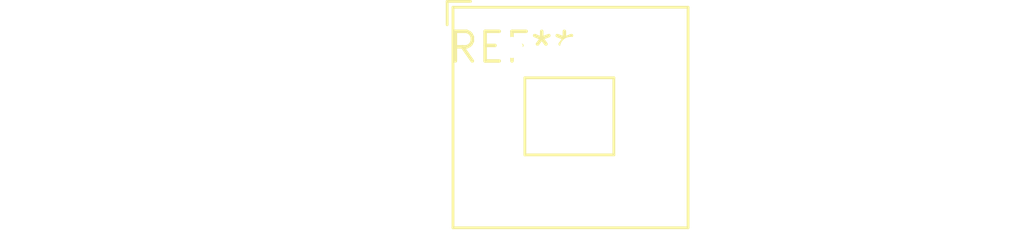
<source format=kicad_pcb>
(kicad_pcb (version 20240108) (generator pcbnew)
  (layers (0 "F.Cu" signal) (31 "B.Cu" signal) (34 "B.Paste" user) (35 "F.Paste" user) (36 "B.SilkS" user "B.Silkscreen") (37 "F.SilkS" user "F.Silkscreen") (38 "B.Mask" user) (39 "F.Mask" user) (44 "Edge.Cuts" user))
  (net 0 "")
  (footprint "SW_Push_2P2T_Toggle_CK_PVA2OAH5xxxxxxV2" (layer "F.Cu") (at 0 0)
    (property "Reference" "REF**")
    (property "Value" "SW_Push_2P2T_Toggle_CK_PVA2OAH5xxxxxxV2")
    (fp_line (start -2.77 -0.97) (end -2.77 -1.97) (layer "F.SilkS") (stroke (width 0.12)))
    (fp_line (start -2.52 7.72) (end -2.52 -1.72) (layer "F.SilkS") (stroke (width 0.12)))
    (fp_line (start -1.77 -1.97) (end -2.77 -1.97) (layer "F.SilkS") (stroke (width 0.12)))
    (fp_line (start 0.55 1.3) (end 0.55 4.6) (layer "F.SilkS") (stroke (width 0.12)))
    (fp_line (start 4.35 1.3) (end 0.55 1.3) (layer "F.SilkS") (stroke (width 0.12)))
    (fp_line (start 4.35 1.3) (end 4.35 4.6) (layer "F.SilkS") (stroke (width 0.12)))
    (fp_line (start 4.35 4.6) (end 0.55 4.6) (layer "F.SilkS") (stroke (width 0.12)))
    (fp_line (start 7.52 -1.72) (end -2.52 -1.72) (layer "F.SilkS") (stroke (width 0.12)))
    (fp_line (start 7.52 7.72) (end -2.52 7.72) (layer "F.SilkS") (stroke (width 0.12)))
    (fp_line (start 7.52 7.72) (end 7.52 -1.72) (layer "F.SilkS") (stroke (width 0.12)))
    (pad "1" thru_hole rect (at 0 0) (size 1.8 1.8) (drill 0.9) (layers *.Cu *.Mask) (remove_unused_layers))
    (pad "2" thru_hole circle (at 2.5 0) (size 1.8 1.8) (drill 0.9) (layers *.Cu *.Mask) (remove_unused_layers))
    (pad "3" thru_hole circle (at 5 0) (size 1.8 1.8) (drill 0.9) (layers *.Cu *.Mask) (remove_unused_layers))
    (pad "4" thru_hole circle (at 0 6) (size 1.8 1.8) (drill 0.9) (layers *.Cu *.Mask) (remove_unused_layers))
    (pad "5" thru_hole circle (at 2.5 6) (size 1.8 1.8) (drill 0.9) (layers *.Cu *.Mask) (remove_unused_layers))
    (pad "6" thru_hole circle (at 5 6) (size 1.8 1.8) (drill 0.9) (layers *.Cu *.Mask) (remove_unused_layers))
  )
)
</source>
